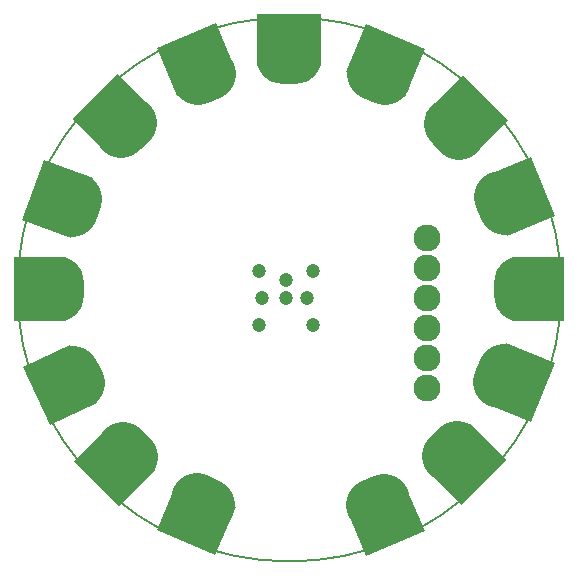
<source format=gbr>
G04 #@! TF.FileFunction,Soldermask,Bot*
%FSLAX46Y46*%
G04 Gerber Fmt 4.6, Leading zero omitted, Abs format (unit mm)*
G04 Created by KiCad (PCBNEW (2015-01-16 BZR 5376)-product) date 27-Apr-17 6:47:25 PM*
%MOMM*%
G01*
G04 APERTURE LIST*
%ADD10C,0.100000*%
%ADD11C,0.150000*%
%ADD12C,1.200000*%
%ADD13C,2.279600*%
%ADD14C,4.400000*%
%ADD15O,5.500000X4.400000*%
%ADD16O,4.400000X5.500000*%
G04 APERTURE END LIST*
D10*
D11*
X107358112Y-144526000D02*
G75*
G03X107358112Y-144526000I-23030112J0D01*
G01*
D12*
X81788000Y-147574000D03*
X86360000Y-147574000D03*
X85852000Y-145288000D03*
X84074000Y-143764000D03*
X86360000Y-143002000D03*
X84074000Y-145288000D03*
X82042000Y-145288000D03*
X81788000Y-143002000D03*
D13*
X96012000Y-152908000D03*
X96012000Y-150368000D03*
X96012000Y-147828000D03*
X96012000Y-145288000D03*
X96012000Y-142748000D03*
X96012000Y-140208000D03*
D14*
X70882934Y-130408328D02*
X70105116Y-131186146D01*
D10*
G36*
X69769948Y-126254782D02*
X72881218Y-129366052D01*
X69062842Y-133184428D01*
X65951572Y-130073158D01*
X69769948Y-126254782D01*
X69769948Y-126254782D01*
G37*
D14*
X98699672Y-131334934D02*
X97921854Y-130557116D01*
D10*
G36*
X102853218Y-130221948D02*
X99741948Y-133333218D01*
X95923572Y-129514842D01*
X99034842Y-126403572D01*
X102853218Y-130221948D01*
X102853218Y-130221948D01*
G37*
D14*
X92386995Y-126740505D02*
X91374439Y-126310701D01*
D10*
G36*
X95821164Y-124152617D02*
X94101947Y-128202839D01*
X89131220Y-126092891D01*
X90850437Y-122042669D01*
X95821164Y-124152617D01*
X95821164Y-124152617D01*
G37*
D14*
X97773066Y-158643672D02*
X98550884Y-157865854D01*
D10*
G36*
X98886052Y-162797218D02*
X95774782Y-159685948D01*
X99593158Y-155867572D01*
X102704428Y-158978842D01*
X98886052Y-162797218D01*
X98886052Y-162797218D01*
G37*
D15*
X84327999Y-124968000D03*
D10*
G36*
X87028000Y-121244000D02*
X87028000Y-125644000D01*
X81628000Y-125644000D01*
X81628000Y-121244000D01*
X87028000Y-121244000D01*
X87028000Y-121244000D01*
G37*
D14*
X102583855Y-137751346D02*
X102171787Y-136731444D01*
D10*
G36*
X106842092Y-138349757D02*
X102762483Y-139998026D01*
X100739608Y-134991233D01*
X104819217Y-133342964D01*
X106842092Y-138349757D01*
X106842092Y-138349757D01*
G37*
D16*
X103886000Y-144525999D03*
D10*
G36*
X107610000Y-147226000D02*
X103210000Y-147226000D01*
X103210000Y-141826000D01*
X107610000Y-141826000D01*
X107610000Y-147226000D01*
X107610000Y-147226000D01*
G37*
D16*
X64770000Y-144526001D03*
D10*
G36*
X61046000Y-141826000D02*
X65446000Y-141826000D01*
X65446000Y-147226000D01*
X61046000Y-147226000D01*
X61046000Y-141826000D01*
X61046000Y-141826000D01*
G37*
D14*
X66303329Y-136895091D02*
X65927107Y-137928753D01*
D10*
G36*
X63539258Y-133601068D02*
X67673905Y-135105956D01*
X65826996Y-140180296D01*
X61692349Y-138675408D01*
X63539258Y-133601068D01*
X63539258Y-133601068D01*
G37*
D14*
X102108088Y-152357545D02*
X102520156Y-151337643D01*
D10*
G36*
X104755517Y-155746026D02*
X100675908Y-154097757D01*
X102698783Y-149090964D01*
X106778392Y-150739233D01*
X104755517Y-155746026D01*
X104755517Y-155746026D01*
G37*
D14*
X91334057Y-162796807D02*
X92346613Y-162367003D01*
D10*
G36*
X90810053Y-167064839D02*
X89090836Y-163014617D01*
X94061563Y-160904669D01*
X95780780Y-164954891D01*
X90810053Y-167064839D01*
X90810053Y-167064839D01*
G37*
D14*
X76523005Y-162311495D02*
X77535561Y-162741299D01*
D10*
G36*
X73088836Y-164899383D02*
X74808053Y-160849161D01*
X79778780Y-162959109D01*
X78059563Y-167009331D01*
X73088836Y-164899383D01*
X73088836Y-164899383D01*
G37*
D14*
X70210328Y-157971066D02*
X70988146Y-158748884D01*
D10*
G36*
X66056782Y-159084052D02*
X69168052Y-155972782D01*
X72986428Y-159791158D01*
X69875158Y-162902428D01*
X66056782Y-159084052D01*
X66056782Y-159084052D01*
G37*
D14*
X66026119Y-151487664D02*
X66490999Y-152484602D01*
D10*
G36*
X61742399Y-151112931D02*
X65730153Y-149253411D01*
X68012291Y-154147473D01*
X64024537Y-156006993D01*
X61742399Y-151112931D01*
X61742399Y-151112931D01*
G37*
D14*
X77575943Y-126255193D02*
X76563387Y-126684997D01*
D10*
G36*
X78099947Y-121987161D02*
X79819164Y-126037383D01*
X74848437Y-128147331D01*
X73129220Y-124097109D01*
X78099947Y-121987161D01*
X78099947Y-121987161D01*
G37*
M02*

</source>
